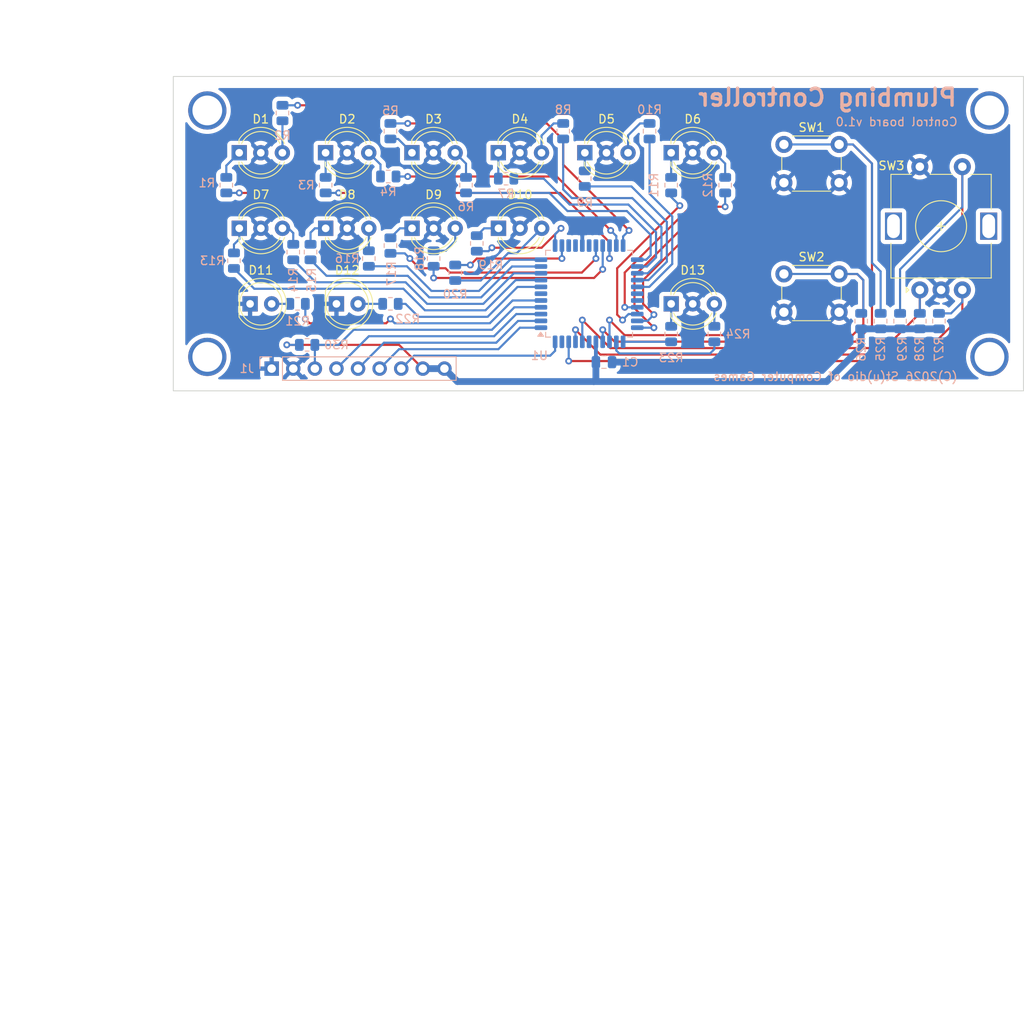
<source format=kicad_pcb>
(kicad_pcb
	(version 20241229)
	(generator "pcbnew")
	(generator_version "9.0")
	(general
		(thickness 1.6)
		(legacy_teardrops no)
	)
	(paper "A4")
	(layers
		(0 "F.Cu" signal)
		(2 "B.Cu" signal)
		(9 "F.Adhes" user "F.Adhesive")
		(11 "B.Adhes" user "B.Adhesive")
		(13 "F.Paste" user)
		(15 "B.Paste" user)
		(5 "F.SilkS" user "F.Silkscreen")
		(7 "B.SilkS" user "B.Silkscreen")
		(1 "F.Mask" user)
		(3 "B.Mask" user)
		(17 "Dwgs.User" user "User.Drawings")
		(19 "Cmts.User" user "User.Comments")
		(21 "Eco1.User" user "User.Eco1")
		(23 "Eco2.User" user "User.Eco2")
		(25 "Edge.Cuts" user)
		(27 "Margin" user)
		(31 "F.CrtYd" user "F.Courtyard")
		(29 "B.CrtYd" user "B.Courtyard")
		(35 "F.Fab" user)
		(33 "B.Fab" user)
		(39 "User.1" user)
		(41 "User.2" user)
		(43 "User.3" user)
		(45 "User.4" user)
		(47 "User.5" user)
		(49 "User.6" user)
		(51 "User.7" user)
		(53 "User.8" user)
		(55 "User.9" user)
	)
	(setup
		(pad_to_mask_clearance 0)
		(allow_soldermask_bridges_in_footprints no)
		(tenting front back)
		(pcbplotparams
			(layerselection 0x00000000_00000000_55555555_575555ff)
			(plot_on_all_layers_selection 0x00000000_00000000_00000000_00000000)
			(disableapertmacros no)
			(usegerberextensions no)
			(usegerberattributes yes)
			(usegerberadvancedattributes yes)
			(creategerberjobfile yes)
			(dashed_line_dash_ratio 12.000000)
			(dashed_line_gap_ratio 3.000000)
			(svgprecision 6)
			(plotframeref no)
			(mode 1)
			(useauxorigin no)
			(hpglpennumber 1)
			(hpglpenspeed 20)
			(hpglpendiameter 15.000000)
			(pdf_front_fp_property_popups yes)
			(pdf_back_fp_property_popups yes)
			(pdf_metadata yes)
			(pdf_single_document no)
			(dxfpolygonmode yes)
			(dxfimperialunits yes)
			(dxfusepcbnewfont yes)
			(psnegative no)
			(psa4output no)
			(plot_black_and_white yes)
			(sketchpadsonfab no)
			(plotpadnumbers no)
			(hidednponfab no)
			(sketchdnponfab yes)
			(crossoutdnponfab yes)
			(subtractmaskfromsilk no)
			(outputformat 1)
			(mirror no)
			(drillshape 0)
			(scaleselection 1)
			(outputdirectory "")
		)
	)
	(net 0 "")
	(net 1 "Net-(D1-A2)")
	(net 2 "GNDD")
	(net 3 "Net-(D1-A1)")
	(net 4 "Net-(D2-A1)")
	(net 5 "Net-(D2-A2)")
	(net 6 "Net-(D3-A2)")
	(net 7 "Net-(D3-A1)")
	(net 8 "Net-(D4-A1)")
	(net 9 "Net-(D4-A2)")
	(net 10 "Net-(D5-A2)")
	(net 11 "Net-(D5-A1)")
	(net 12 "Net-(D6-A2)")
	(net 13 "Net-(D6-A1)")
	(net 14 "Net-(D7-A2)")
	(net 15 "Net-(D7-A1)")
	(net 16 "Net-(D8-A1)")
	(net 17 "LED_VALVE1_OPEN")
	(net 18 "LED_VALVE1_CLOSE")
	(net 19 "LED_VALVE2_OPEN")
	(net 20 "LED_VALVE2_CLOSE")
	(net 21 "LED_VALVE3_OPEN")
	(net 22 "LED_VALVE3_CLOSE")
	(net 23 "LED_VALVE4_OPEN")
	(net 24 "LED_VALVE4_CLOSE")
	(net 25 "LED_LS1_OK")
	(net 26 "LED_LS1_ARARM")
	(net 27 "LED_LS2_OK")
	(net 28 "LED_LS2_ALARM")
	(net 29 "LED_LS3_OK")
	(net 30 "LED_LS3_ALARM")
	(net 31 "LED_PWR_BAT")
	(net 32 "LED_PWR_LINE")
	(net 33 "LED_FS1")
	(net 34 "LED_FS2")
	(net 35 "SW_OK")
	(net 36 "VCC")
	(net 37 "SW_CANCEL")
	(net 38 "SW_ENTER")
	(net 39 "Net-(D8-A2)")
	(net 40 "Net-(D9-A2)")
	(net 41 "Net-(D9-A1)")
	(net 42 "Net-(D10-A2)")
	(net 43 "Net-(D10-A1)")
	(net 44 "Net-(D11-A)")
	(net 45 "Net-(D12-A)")
	(net 46 "Net-(D13-A2)")
	(net 47 "Net-(D13-A1)")
	(net 48 "LED_VALVE5_OPEN")
	(net 49 "LED_VALVE5_CLOSE")
	(net 50 "LED_VALVE6_OPEN")
	(net 51 "LED_VALVE6_CLOSE")
	(net 52 "ENC_A")
	(net 53 "ENC_B")
	(net 54 "LED_LS4_OK")
	(net 55 "LED_LS4_ALARM")
	(net 56 "unconnected-(U1-XTAL1-Pad15)")
	(net 57 "unconnected-(U1-XTAL2-Pad14)")
	(net 58 "unconnected-(U1-NC-Pad6)")
	(net 59 "unconnected-(U1-PB3-Pad43)")
	(net 60 "unconnected-(U1-PE0-Pad29)")
	(net 61 "unconnected-(U1-NC-Pad39)")
	(net 62 "unconnected-(U1-NC-Pad28)")
	(net 63 "unconnected-(U1-NC-Pad17)")
	(net 64 "/Interface/~{SPI_SS}")
	(net 65 "/Interface/SPI_MOSI")
	(net 66 "/Interface/SPI_SCK")
	(net 67 "/Interface/SPI_MISO")
	(net 68 "/Interface/~{RESET}")
	(footprint "Button_Switch_THT:SW_PUSH_6mm" (layer "F.Cu") (at 175.82 108.24))
	(footprint "LED_THT:LED_D5.0mm-3" (layer "F.Cu") (at 132.08 102.87))
	(footprint "LED_THT:LED_D5.0mm-3" (layer "F.Cu") (at 142.23 93.98))
	(footprint "LED_THT:LED_D5.0mm-3" (layer "F.Cu") (at 152.41 93.98))
	(footprint "LED_THT:LED_D5.0mm-3" (layer "F.Cu") (at 111.76 102.87))
	(footprint "LED_THT:LED_D5.0mm-3" (layer "F.Cu") (at 121.91 93.98))
	(footprint "Button_Switch_THT:SW_PUSH_6mm" (layer "F.Cu") (at 175.82 93))
	(footprint "Rotary_Encoder:RotaryEncoder_Alps_EC11E-Switch_Vertical_H20mm" (layer "F.Cu") (at 191.81 110.12 90))
	(footprint "LED_THT:LED_D5.0mm-3" (layer "F.Cu") (at 132.07 93.98))
	(footprint "LED_THT:LED_D5.0mm" (layer "F.Cu") (at 123.19 111.76))
	(footprint "LED_THT:LED_D5.0mm-3" (layer "F.Cu") (at 162.56 93.98))
	(footprint "LED_THT:LED_D5.0mm-3" (layer "F.Cu") (at 111.75 93.98))
	(footprint "LED_THT:LED_D5.0mm-3" (layer "F.Cu") (at 142.25 102.87))
	(footprint "LED_THT:LED_D5.0mm" (layer "F.Cu") (at 113.03 111.76))
	(footprint "LED_THT:LED_D5.0mm-3" (layer "F.Cu") (at 121.92 102.87))
	(footprint "LED_THT:LED_D5.0mm-3" (layer "F.Cu") (at 162.56 111.76))
	(footprint "Resistor_SMD:R_0805_2012Metric" (layer "B.Cu") (at 129.286 96.774))
	(footprint "Package_QFP:TQFP-44_10x10mm_P0.8mm" (layer "B.Cu") (at 152.908 110.5645))
	(footprint "Resistor_SMD:R_0805_2012Metric" (layer "B.Cu") (at 129.54 104.902 -90))
	(footprint "Resistor_SMD:R_0805_2012Metric" (layer "B.Cu") (at 152.4 97.028 -90))
	(footprint "Resistor_SMD:R_0805_2012Metric" (layer "B.Cu") (at 143.1425 97.028))
	(footprint "Resistor_SMD:R_0805_2012Metric" (layer "B.Cu") (at 134.62 106.426 -90))
	(footprint "Resistor_SMD:R_0805_2012Metric" (layer "B.Cu") (at 187.198 113.792 -90))
	(footprint "Resistor_SMD:R_0805_2012Metric" (layer "B.Cu") (at 162.56 97.79 -90))
	(footprint "Resistor_SMD:R_0805_2012Metric" (layer "B.Cu") (at 110.236 97.79 -90))
	(footprint "Resistor_SMD:R_0805_2012Metric" (layer "B.Cu") (at 138.43 97.79 -90))
	(footprint "Resistor_SMD:R_0805_2012Metric" (layer "B.Cu") (at 137.16 108.1005 90))
	(footprint "Resistor_SMD:R_0805_2012Metric" (layer "B.Cu") (at 191.81 113.792 -90))
	(footprint "Resistor_SMD:R_0805_2012Metric" (layer "B.Cu") (at 111.135 106.68 -90))
	(footprint "Resistor_SMD:R_0805_2012Metric" (layer "B.Cu") (at 167.64 115.316 -90))
	(footprint "Resistor_SMD:R_0805_2012Metric" (layer "B.Cu") (at 184.912 113.792 -90))
	(footprint "Resistor_SMD:R_0805_2012Metric" (layer "B.Cu") (at 118.618 111.76))
	(footprint "Capacitor_SMD:C_0805_2012Metric" (layer "B.Cu") (at 154.658 118.618))
	(footprint "Resistor_SMD:R_0805_2012Metric" (layer "B.Cu") (at 194.056 113.792 -90))
	(footprint "Resistor_SMD:R_0805_2012Metric" (layer "B.Cu") (at 119.7375 116.586 180))
	(footprint "Resistor_SMD:R_0805_2012Metric" (layer "B.Cu") (at 149.86 91.44 -90))
	(footprint "Resistor_SMD:R_0805_2012Metric" (layer "B.Cu") (at 116.84 89.3045 90))
	(footprint "Resistor_SMD:R_0805_2012Metric"
		(layer "B.Cu")
		(uuid "afd58c88-dee7-4b10-9e18-a7d48a4deb0f")
		(at 189.484 113.792 -90)
		(descr "Resistor SMD 0805 (2012 Metric), square (rectangular) end terminal, IPC_7351 nominal, (Body size source: IPC-SM-782 page 72, https://www.pcb-3d.com/wordpress/wp-content/uploads/ipc-sm-782a_amendment_1_and_2.pdf), generated with kicad-footprint-generator")
		(tags "resistor")
		(property "Reference" "R29"
			(at 3.302 -0.254 90)
			(layer "B.SilkS")
			(uuid "72639676-8193-4d40-a914-3fe5e743ca25")
			(effects
				(font
					(size 1 1)
					(thickness 0.15)
				)
				(justify mirror)
			)
		)
		(property "Value" "10K"
			(at 2.794 0 90)
			(layer "B.Fab")
			(uuid "3c48ee0d-bed7-4c15-b164-136a0d39fced")
			(effects
				(font
					(size 1 1)
					(thickness 0.15)
				)
				(justify mi
... [276844 chars truncated]
</source>
